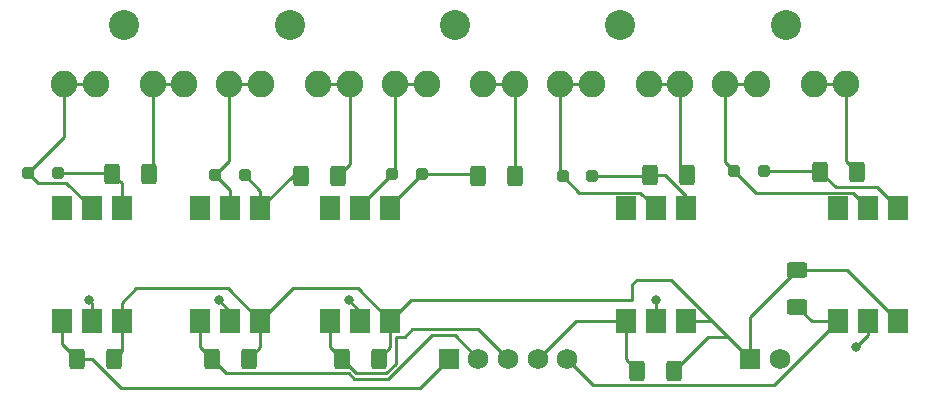
<source format=gbr>
%TF.GenerationSoftware,KiCad,Pcbnew,7.0.1-1.fc37*%
%TF.CreationDate,2023-03-21T22:33:27-05:00*%
%TF.ProjectId,midi_rx_board,6d696469-5f72-4785-9f62-6f6172642e6b,rev?*%
%TF.SameCoordinates,Original*%
%TF.FileFunction,Copper,L1,Top*%
%TF.FilePolarity,Positive*%
%FSLAX46Y46*%
G04 Gerber Fmt 4.6, Leading zero omitted, Abs format (unit mm)*
G04 Created by KiCad (PCBNEW 7.0.1-1.fc37) date 2023-03-21 22:33:27*
%MOMM*%
%LPD*%
G01*
G04 APERTURE LIST*
G04 Aperture macros list*
%AMRoundRect*
0 Rectangle with rounded corners*
0 $1 Rounding radius*
0 $2 $3 $4 $5 $6 $7 $8 $9 X,Y pos of 4 corners*
0 Add a 4 corners polygon primitive as box body*
4,1,4,$2,$3,$4,$5,$6,$7,$8,$9,$2,$3,0*
0 Add four circle primitives for the rounded corners*
1,1,$1+$1,$2,$3*
1,1,$1+$1,$4,$5*
1,1,$1+$1,$6,$7*
1,1,$1+$1,$8,$9*
0 Add four rect primitives between the rounded corners*
20,1,$1+$1,$2,$3,$4,$5,0*
20,1,$1+$1,$4,$5,$6,$7,0*
20,1,$1+$1,$6,$7,$8,$9,0*
20,1,$1+$1,$8,$9,$2,$3,0*%
G04 Aperture macros list end*
%TA.AperFunction,SMDPad,CuDef*%
%ADD10R,1.780000X2.000000*%
%TD*%
%TA.AperFunction,SMDPad,CuDef*%
%ADD11RoundRect,0.250000X0.250000X0.250000X-0.250000X0.250000X-0.250000X-0.250000X0.250000X-0.250000X0*%
%TD*%
%TA.AperFunction,ComponentPad*%
%ADD12C,2.540000*%
%TD*%
%TA.AperFunction,ComponentPad*%
%ADD13C,2.250000*%
%TD*%
%TA.AperFunction,SMDPad,CuDef*%
%ADD14RoundRect,0.250000X0.400000X0.625000X-0.400000X0.625000X-0.400000X-0.625000X0.400000X-0.625000X0*%
%TD*%
%TA.AperFunction,ComponentPad*%
%ADD15R,1.750000X1.750000*%
%TD*%
%TA.AperFunction,ComponentPad*%
%ADD16C,1.750000*%
%TD*%
%TA.AperFunction,SMDPad,CuDef*%
%ADD17RoundRect,0.250000X-0.400000X-0.625000X0.400000X-0.625000X0.400000X0.625000X-0.400000X0.625000X0*%
%TD*%
%TA.AperFunction,SMDPad,CuDef*%
%ADD18RoundRect,0.250000X0.625000X-0.400000X0.625000X0.400000X-0.625000X0.400000X-0.625000X-0.400000X0*%
%TD*%
%TA.AperFunction,ViaPad*%
%ADD19C,0.800000*%
%TD*%
%TA.AperFunction,Conductor*%
%ADD20C,0.250000*%
%TD*%
G04 APERTURE END LIST*
D10*
%TO.P,U4,1*%
%TO.N,Net-(D4-K)*%
X156540000Y-41235000D03*
%TO.P,U4,2*%
%TO.N,Net-(D4-A)*%
X154000000Y-41235000D03*
%TO.P,U4,3*%
%TO.N,unconnected-(U4-Pad3)*%
X151460000Y-41235000D03*
%TO.P,U4,4*%
%TO.N,/RX3/RX*%
X151460000Y-50765000D03*
%TO.P,U4,5*%
%TO.N,GND*%
X154000000Y-50765000D03*
%TO.P,U4,6*%
%TO.N,+3V3*%
X156540000Y-50765000D03*
%TD*%
D11*
%TO.P,D3,1,K*%
%TO.N,Net-(D3-K)*%
X144213172Y-38415821D03*
%TO.P,D3,2,A*%
%TO.N,Net-(D3-A)*%
X141713172Y-38415821D03*
%TD*%
D12*
%TO.P,RX4,1,1*%
%TO.N,unconnected-(RX4-Pad1)*%
X162000000Y-25678000D03*
D13*
%TO.P,RX4,2,2*%
%TO.N,Net-(R7-Pad1)*%
X167100000Y-30678000D03*
%TO.P,RX4,3,3*%
X164400000Y-30678000D03*
%TO.P,RX4,4,4*%
%TO.N,Net-(D4-A)*%
X159600000Y-30678000D03*
%TO.P,RX4,5,5*%
X156900000Y-30678000D03*
%TD*%
D10*
%TO.P,U2,1*%
%TO.N,Net-(D2-K)*%
X133775000Y-41235000D03*
%TO.P,U2,2*%
%TO.N,Net-(D2-A)*%
X131235000Y-41235000D03*
%TO.P,U2,3*%
%TO.N,unconnected-(U2-Pad3)*%
X128695000Y-41235000D03*
%TO.P,U2,4*%
%TO.N,/RX1/RX*%
X128695000Y-50765000D03*
%TO.P,U2,5*%
%TO.N,GND*%
X131235000Y-50765000D03*
%TO.P,U2,6*%
%TO.N,+3V3*%
X133775000Y-50765000D03*
%TD*%
%TO.P,U6,1*%
%TO.N,Net-(D6-K)*%
X199540000Y-41235000D03*
%TO.P,U6,2*%
%TO.N,Net-(D6-A)*%
X197000000Y-41235000D03*
%TO.P,U6,3*%
%TO.N,unconnected-(U6-Pad3)*%
X194460000Y-41235000D03*
%TO.P,U6,4*%
%TO.N,/RX5/RX*%
X194460000Y-50765000D03*
%TO.P,U6,5*%
%TO.N,GND*%
X197000000Y-50765000D03*
%TO.P,U6,6*%
%TO.N,+3V3*%
X199540000Y-50765000D03*
%TD*%
D14*
%TO.P,R3,1*%
%TO.N,Net-(R3-Pad1)*%
X136060725Y-38289033D03*
%TO.P,R3,2*%
%TO.N,Net-(D2-K)*%
X132960725Y-38289033D03*
%TD*%
D10*
%TO.P,U3,1*%
%TO.N,Net-(D3-K)*%
X145540000Y-41235000D03*
%TO.P,U3,2*%
%TO.N,Net-(D3-A)*%
X143000000Y-41235000D03*
%TO.P,U3,3*%
%TO.N,unconnected-(U3-Pad3)*%
X140460000Y-41235000D03*
%TO.P,U3,4*%
%TO.N,/RX2/RX*%
X140460000Y-50765000D03*
%TO.P,U3,5*%
%TO.N,GND*%
X143000000Y-50765000D03*
%TO.P,U3,6*%
%TO.N,+3V3*%
X145540000Y-50765000D03*
%TD*%
D15*
%TO.P,J2,1,Pin_1*%
%TO.N,+3V3*%
X187000000Y-54000000D03*
D16*
%TO.P,J2,2,Pin_2*%
%TO.N,GND*%
X189500000Y-54000000D03*
%TD*%
D12*
%TO.P,RX5,1,1*%
%TO.N,unconnected-(RX5-Pad1)*%
X176000000Y-25678000D03*
D13*
%TO.P,RX5,2,2*%
%TO.N,Net-(R9-Pad1)*%
X181100000Y-30678000D03*
%TO.P,RX5,3,3*%
X178400000Y-30678000D03*
%TO.P,RX5,4,4*%
%TO.N,Net-(D5-A)*%
X173600000Y-30678000D03*
%TO.P,RX5,5,5*%
X170900000Y-30678000D03*
%TD*%
D14*
%TO.P,R7,1*%
%TO.N,Net-(R7-Pad1)*%
X167087684Y-38481381D03*
%TO.P,R7,2*%
%TO.N,Net-(D4-K)*%
X163987684Y-38481381D03*
%TD*%
D12*
%TO.P,RX6,1,1*%
%TO.N,unconnected-(RX6-Pad1)*%
X190000000Y-25678000D03*
D13*
%TO.P,RX6,2,2*%
%TO.N,Net-(R11-Pad1)*%
X195100000Y-30678000D03*
%TO.P,RX6,3,3*%
X192400000Y-30678000D03*
%TO.P,RX6,4,4*%
%TO.N,Net-(D6-A)*%
X187600000Y-30678000D03*
%TO.P,RX6,5,5*%
X184900000Y-30678000D03*
%TD*%
D11*
%TO.P,D5,1,K*%
%TO.N,Net-(D5-K)*%
X173627757Y-38505397D03*
%TO.P,D5,2,A*%
%TO.N,Net-(D5-A)*%
X171127757Y-38505397D03*
%TD*%
D14*
%TO.P,R9,1*%
%TO.N,Net-(R9-Pad1)*%
X181647557Y-38443251D03*
%TO.P,R9,2*%
%TO.N,Net-(D5-K)*%
X178547557Y-38443251D03*
%TD*%
D15*
%TO.P,J1,1,Pin_1*%
%TO.N,/RX1/RX*%
X161500000Y-54000000D03*
D16*
%TO.P,J1,2,Pin_2*%
%TO.N,/RX2/RX*%
X164000000Y-54000000D03*
%TO.P,J1,3,Pin_3*%
%TO.N,/RX3/RX*%
X166500000Y-54000000D03*
%TO.P,J1,4,Pin_4*%
%TO.N,/RX4/RX*%
X169000000Y-54000000D03*
%TO.P,J1,5,Pin_5*%
%TO.N,/RX5/RX*%
X171500000Y-54000000D03*
%TD*%
D11*
%TO.P,D4,1,K*%
%TO.N,Net-(D4-K)*%
X159204422Y-38366051D03*
%TO.P,D4,2,A*%
%TO.N,Net-(D4-A)*%
X156704422Y-38366051D03*
%TD*%
%TO.P,D2,1,K*%
%TO.N,Net-(D2-K)*%
X128364410Y-38228809D03*
%TO.P,D2,2,A*%
%TO.N,Net-(D2-A)*%
X125864410Y-38228809D03*
%TD*%
D17*
%TO.P,R6,1*%
%TO.N,/RX2/RX*%
X141450000Y-54000000D03*
%TO.P,R6,2*%
%TO.N,+3V3*%
X144550000Y-54000000D03*
%TD*%
D12*
%TO.P,RX3,1,1*%
%TO.N,unconnected-(RX3-Pad1)*%
X148000000Y-25678000D03*
D13*
%TO.P,RX3,2,2*%
%TO.N,Net-(R5-Pad1)*%
X153100000Y-30678000D03*
%TO.P,RX3,3,3*%
X150400000Y-30678000D03*
%TO.P,RX3,4,4*%
%TO.N,Net-(D3-A)*%
X145600000Y-30678000D03*
%TO.P,RX3,5,5*%
X142900000Y-30678000D03*
%TD*%
D17*
%TO.P,R4,1*%
%TO.N,/RX1/RX*%
X130000000Y-54000000D03*
%TO.P,R4,2*%
%TO.N,+3V3*%
X133100000Y-54000000D03*
%TD*%
D14*
%TO.P,R11,1*%
%TO.N,Net-(R11-Pad1)*%
X196043919Y-38151209D03*
%TO.P,R11,2*%
%TO.N,Net-(D6-K)*%
X192943919Y-38151209D03*
%TD*%
D12*
%TO.P,RX2,1,1*%
%TO.N,unconnected-(RX2-Pad1)*%
X134000000Y-25678000D03*
D13*
%TO.P,RX2,2,2*%
%TO.N,Net-(R3-Pad1)*%
X139100000Y-30678000D03*
%TO.P,RX2,3,3*%
X136400000Y-30678000D03*
%TO.P,RX2,4,4*%
%TO.N,Net-(D2-A)*%
X131600000Y-30678000D03*
%TO.P,RX2,5,5*%
X128900000Y-30678000D03*
%TD*%
D14*
%TO.P,R5,1*%
%TO.N,Net-(R5-Pad1)*%
X152109386Y-38491197D03*
%TO.P,R5,2*%
%TO.N,Net-(D3-K)*%
X149009386Y-38491197D03*
%TD*%
D10*
%TO.P,U5,1*%
%TO.N,Net-(D5-K)*%
X181540000Y-41235000D03*
%TO.P,U5,2*%
%TO.N,Net-(D5-A)*%
X179000000Y-41235000D03*
%TO.P,U5,3*%
%TO.N,unconnected-(U5-Pad3)*%
X176460000Y-41235000D03*
%TO.P,U5,4*%
%TO.N,/RX4/RX*%
X176460000Y-50765000D03*
%TO.P,U5,5*%
%TO.N,GND*%
X179000000Y-50765000D03*
%TO.P,U5,6*%
%TO.N,+3V3*%
X181540000Y-50765000D03*
%TD*%
D17*
%TO.P,R10,1*%
%TO.N,/RX4/RX*%
X177450000Y-55000000D03*
%TO.P,R10,2*%
%TO.N,+3V3*%
X180550000Y-55000000D03*
%TD*%
D18*
%TO.P,R12,1*%
%TO.N,/RX5/RX*%
X191000000Y-49550000D03*
%TO.P,R12,2*%
%TO.N,+3V3*%
X191000000Y-46450000D03*
%TD*%
D17*
%TO.P,R8,1*%
%TO.N,/RX3/RX*%
X152450000Y-54000000D03*
%TO.P,R8,2*%
%TO.N,+3V3*%
X155550000Y-54000000D03*
%TD*%
D11*
%TO.P,D6,1,K*%
%TO.N,Net-(D6-K)*%
X188167684Y-38072617D03*
%TO.P,D6,2,A*%
%TO.N,Net-(D6-A)*%
X185667684Y-38072617D03*
%TD*%
D19*
%TO.N,GND*%
X196000000Y-53000000D03*
X153000000Y-49000000D03*
X131000000Y-49000000D03*
X179000000Y-49000000D03*
X142000000Y-49000000D03*
%TD*%
D20*
%TO.N,Net-(D2-K)*%
X132960725Y-38289033D02*
X133775000Y-39103308D01*
X133775000Y-39103308D02*
X133775000Y-41235000D01*
X128364410Y-38228809D02*
X132900501Y-38228809D01*
X132900501Y-38228809D02*
X132960725Y-38289033D01*
%TO.N,Net-(D2-A)*%
X125864410Y-38228809D02*
X126689410Y-39053809D01*
X131600000Y-30678000D02*
X128900000Y-30678000D01*
X128900000Y-30678000D02*
X128900000Y-35193219D01*
X126689410Y-39053809D02*
X129053809Y-39053809D01*
X129053809Y-39053809D02*
X131235000Y-41235000D01*
X128900000Y-35193219D02*
X125864410Y-38228809D01*
%TO.N,Net-(D3-K)*%
X145540000Y-41235000D02*
X148283803Y-38491197D01*
X148283803Y-38491197D02*
X149009386Y-38491197D01*
X144213172Y-38415821D02*
X145540000Y-39742649D01*
X145540000Y-39742649D02*
X145540000Y-41235000D01*
%TO.N,Net-(D3-A)*%
X145600000Y-30678000D02*
X142900000Y-30678000D01*
X142900000Y-30678000D02*
X142900000Y-37228993D01*
X143000000Y-39702649D02*
X143000000Y-41235000D01*
X142900000Y-37228993D02*
X141713172Y-38415821D01*
X141713172Y-38415821D02*
X143000000Y-39702649D01*
%TO.N,Net-(D4-K)*%
X156540000Y-41030473D02*
X159204422Y-38366051D01*
X159204422Y-38366051D02*
X163872354Y-38366051D01*
X156540000Y-41235000D02*
X156540000Y-41030473D01*
X163872354Y-38366051D02*
X163987684Y-38481381D01*
%TO.N,Net-(D4-A)*%
X154000000Y-41070473D02*
X156704422Y-38366051D01*
X156900000Y-38170473D02*
X156704422Y-38366051D01*
X154000000Y-41235000D02*
X154000000Y-41070473D01*
X159600000Y-30678000D02*
X156900000Y-30678000D01*
X156900000Y-30678000D02*
X156900000Y-38170473D01*
%TO.N,Net-(D5-K)*%
X173627757Y-38505397D02*
X178485411Y-38505397D01*
X181540000Y-40173867D02*
X181540000Y-41235000D01*
X178485411Y-38505397D02*
X178547557Y-38443251D01*
X178547557Y-38443251D02*
X179809384Y-38443251D01*
X179809384Y-38443251D02*
X181540000Y-40173867D01*
%TO.N,Net-(D5-A)*%
X170900000Y-38277640D02*
X171127757Y-38505397D01*
X177675000Y-39910000D02*
X179000000Y-41235000D01*
X172532360Y-39910000D02*
X177675000Y-39910000D01*
X170900000Y-30678000D02*
X170900000Y-38277640D01*
X171127757Y-38505397D02*
X172532360Y-39910000D01*
X173600000Y-30678000D02*
X170900000Y-30678000D01*
%TO.N,Net-(D6-K)*%
X197765000Y-39460000D02*
X199540000Y-41235000D01*
X188167684Y-38072617D02*
X192865327Y-38072617D01*
X192943919Y-38151209D02*
X194252710Y-39460000D01*
X194252710Y-39460000D02*
X197765000Y-39460000D01*
X192865327Y-38072617D02*
X192943919Y-38151209D01*
%TO.N,Net-(D6-A)*%
X187505067Y-39910000D02*
X195675000Y-39910000D01*
X195675000Y-39910000D02*
X197000000Y-41235000D01*
X184900000Y-37304933D02*
X185667684Y-38072617D01*
X184900000Y-30678000D02*
X184900000Y-37304933D01*
X187600000Y-30678000D02*
X184900000Y-30678000D01*
X185667684Y-38072617D02*
X187505067Y-39910000D01*
%TO.N,Net-(R3-Pad1)*%
X136400000Y-30678000D02*
X139100000Y-30678000D01*
X136060725Y-38289033D02*
X136400000Y-37949758D01*
X136400000Y-37949758D02*
X136400000Y-30678000D01*
%TO.N,/RX1/RX*%
X133711827Y-56450000D02*
X159050000Y-56450000D01*
X131261827Y-54000000D02*
X133711827Y-56450000D01*
X159050000Y-56450000D02*
X161500000Y-54000000D01*
X130000000Y-54000000D02*
X131261827Y-54000000D01*
X128695000Y-52695000D02*
X130000000Y-54000000D01*
X128695000Y-50765000D02*
X128695000Y-52695000D01*
%TO.N,+3V3*%
X180275000Y-47275000D02*
X187000000Y-54000000D01*
X133775000Y-49225000D02*
X133775000Y-50765000D01*
X148305000Y-48000000D02*
X145540000Y-50765000D01*
X177000000Y-47685000D02*
X177410000Y-47275000D01*
X153775000Y-48000000D02*
X148305000Y-48000000D01*
X145540000Y-50765000D02*
X142775000Y-48000000D01*
X187000000Y-54000000D02*
X183765000Y-50765000D01*
X191000000Y-46450000D02*
X195225000Y-46450000D01*
X185112500Y-52112500D02*
X183437500Y-52112500D01*
X145540000Y-50765000D02*
X145540000Y-53010000D01*
X183437500Y-52112500D02*
X180550000Y-55000000D01*
X133775000Y-53325000D02*
X133100000Y-54000000D01*
X142775000Y-48000000D02*
X135000000Y-48000000D01*
X156540000Y-50765000D02*
X158305000Y-49000000D01*
X156540000Y-53010000D02*
X155550000Y-54000000D01*
X195225000Y-46450000D02*
X199540000Y-50765000D01*
X187000000Y-50450000D02*
X191000000Y-46450000D01*
X187000000Y-54000000D02*
X185112500Y-52112500D01*
X177000000Y-49000000D02*
X177000000Y-47685000D01*
X183765000Y-50765000D02*
X181540000Y-50765000D01*
X135000000Y-48000000D02*
X133775000Y-49225000D01*
X158305000Y-49000000D02*
X177000000Y-49000000D01*
X145540000Y-53010000D02*
X144550000Y-54000000D01*
X187000000Y-54000000D02*
X187000000Y-50450000D01*
X133775000Y-50765000D02*
X133775000Y-53325000D01*
X156540000Y-50765000D02*
X153775000Y-48000000D01*
X156540000Y-50765000D02*
X156540000Y-53010000D01*
X177410000Y-47275000D02*
X180275000Y-47275000D01*
%TO.N,Net-(R5-Pad1)*%
X153100000Y-37500583D02*
X152109386Y-38491197D01*
X150400000Y-30678000D02*
X153100000Y-30678000D01*
X153100000Y-30678000D02*
X153100000Y-37500583D01*
%TO.N,/RX2/RX*%
X162000000Y-52000000D02*
X164000000Y-54000000D01*
X153013604Y-55200000D02*
X153463604Y-55650000D01*
X142650000Y-55200000D02*
X153013604Y-55200000D01*
X153463604Y-55650000D02*
X156374569Y-55650000D01*
X160024569Y-52000000D02*
X162000000Y-52000000D01*
X156374569Y-55650000D02*
X160024569Y-52000000D01*
X141450000Y-54000000D02*
X142650000Y-55200000D01*
X140460000Y-50765000D02*
X140460000Y-53010000D01*
X140460000Y-53010000D02*
X141450000Y-54000000D01*
%TO.N,Net-(R7-Pad1)*%
X167100000Y-30678000D02*
X164400000Y-30678000D01*
X167100000Y-38469065D02*
X167100000Y-30678000D01*
X167087684Y-38481381D02*
X167100000Y-38469065D01*
%TO.N,/RX3/RX*%
X156990000Y-52090000D02*
X157755000Y-52090000D01*
X151460000Y-50765000D02*
X151460000Y-53010000D01*
X151460000Y-53010000D02*
X152450000Y-54000000D01*
X158395000Y-51450000D02*
X163950000Y-51450000D01*
X157755000Y-52090000D02*
X158395000Y-51450000D01*
X156188173Y-55200000D02*
X156990000Y-54398173D01*
X153650000Y-55200000D02*
X156188173Y-55200000D01*
X163950000Y-51450000D02*
X166500000Y-54000000D01*
X152450000Y-54000000D02*
X153650000Y-55200000D01*
X156990000Y-54398173D02*
X156990000Y-52090000D01*
%TO.N,Net-(R9-Pad1)*%
X181100000Y-30678000D02*
X181100000Y-37895694D01*
X181100000Y-37895694D02*
X181647557Y-38443251D01*
X178400000Y-30678000D02*
X181100000Y-30678000D01*
%TO.N,/RX4/RX*%
X169000000Y-54000000D02*
X172235000Y-50765000D01*
X176460000Y-50765000D02*
X176460000Y-54010000D01*
X176460000Y-54010000D02*
X177450000Y-55000000D01*
X172235000Y-50765000D02*
X176460000Y-50765000D01*
%TO.N,Net-(R11-Pad1)*%
X195100000Y-37207290D02*
X196043919Y-38151209D01*
X192400000Y-30678000D02*
X195100000Y-30678000D01*
X195100000Y-30678000D02*
X195100000Y-37207290D01*
%TO.N,/RX5/RX*%
X192215000Y-50765000D02*
X194460000Y-50765000D01*
X194460000Y-50765000D02*
X189025000Y-56200000D01*
X191000000Y-49550000D02*
X192215000Y-50765000D01*
X189025000Y-56200000D02*
X173700000Y-56200000D01*
X173700000Y-56200000D02*
X171500000Y-54000000D01*
%TO.N,GND*%
X179000000Y-49000000D02*
X179000000Y-50765000D01*
X143000000Y-50000000D02*
X142000000Y-49000000D01*
X131235000Y-49235000D02*
X131000000Y-49000000D01*
X154000000Y-50000000D02*
X153000000Y-49000000D01*
X131235000Y-50765000D02*
X131235000Y-49235000D01*
X197000000Y-52000000D02*
X196000000Y-53000000D01*
X197000000Y-50765000D02*
X197000000Y-52000000D01*
X154000000Y-50765000D02*
X154000000Y-50000000D01*
X143000000Y-50765000D02*
X143000000Y-50000000D01*
%TD*%
M02*

</source>
